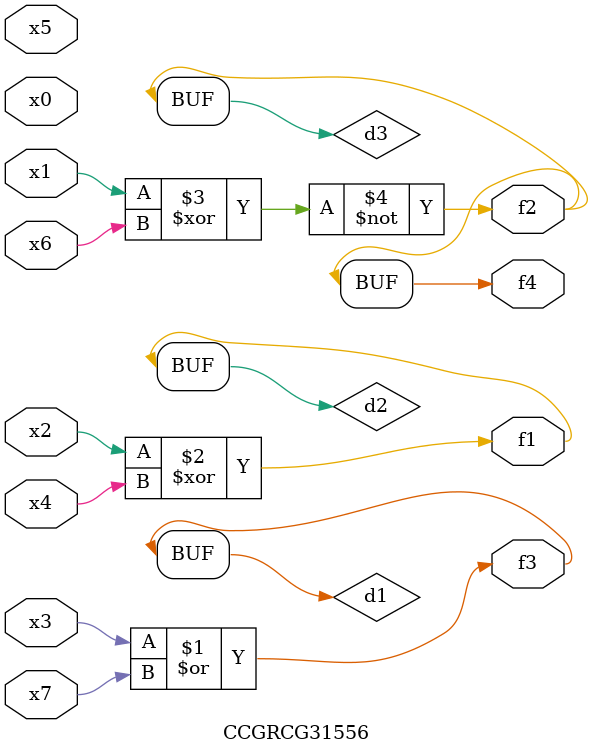
<source format=v>
module CCGRCG31556(
	input x0, x1, x2, x3, x4, x5, x6, x7,
	output f1, f2, f3, f4
);

	wire d1, d2, d3;

	or (d1, x3, x7);
	xor (d2, x2, x4);
	xnor (d3, x1, x6);
	assign f1 = d2;
	assign f2 = d3;
	assign f3 = d1;
	assign f4 = d3;
endmodule

</source>
